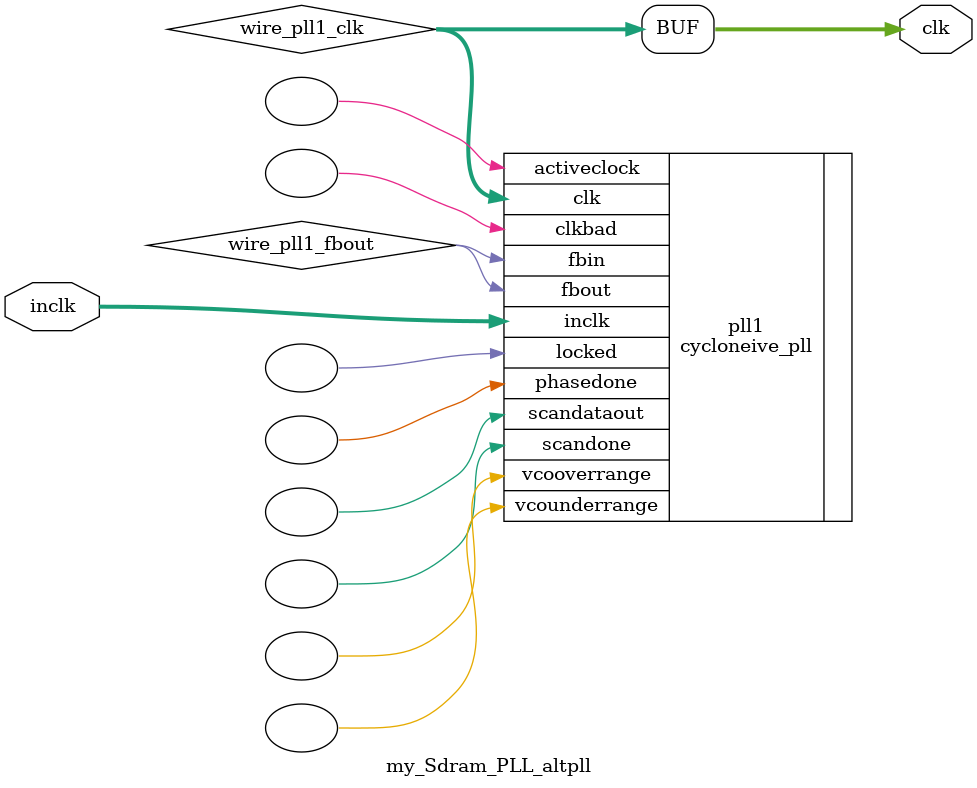
<source format=v>






//synthesis_resources = cycloneive_pll 1 
//synopsys translate_off
`timescale 1 ps / 1 ps
//synopsys translate_on
module  my_Sdram_PLL_altpll
	( 
	clk,
	inclk) /* synthesis synthesis_clearbox=1 */;
	output   [4:0]  clk;
	input   [1:0]  inclk;
`ifndef ALTERA_RESERVED_QIS
// synopsys translate_off
`endif
	tri0   [1:0]  inclk;
`ifndef ALTERA_RESERVED_QIS
// synopsys translate_on
`endif

	wire  [4:0]   wire_pll1_clk;
	wire  wire_pll1_fbout;

	cycloneive_pll   pll1
	( 
	.activeclock(),
	.clk(wire_pll1_clk),
	.clkbad(),
	.fbin(wire_pll1_fbout),
	.fbout(wire_pll1_fbout),
	.inclk(inclk),
	.locked(),
	.phasedone(),
	.scandataout(),
	.scandone(),
	.vcooverrange(),
	.vcounderrange()
	`ifndef FORMAL_VERIFICATION
	// synopsys translate_off
	`endif
	,
	.areset(1'b0),
	.clkswitch(1'b0),
	.configupdate(1'b0),
	.pfdena(1'b1),
	.phasecounterselect({3{1'b0}}),
	.phasestep(1'b0),
	.phaseupdown(1'b0),
	.scanclk(1'b0),
	.scanclkena(1'b1),
	.scandata(1'b0)
	`ifndef FORMAL_VERIFICATION
	// synopsys translate_on
	`endif
	);
	defparam
		pll1.bandwidth_type = "auto",
		pll1.clk0_divide_by = 1,
		pll1.clk0_duty_cycle = 50,
		pll1.clk0_multiply_by = 3,
		pll1.clk0_phase_shift = "0",
		pll1.clk1_divide_by = 1,
		pll1.clk1_duty_cycle = 50,
		pll1.clk1_multiply_by = 3,
		pll1.clk1_phase_shift = "-6000",
		pll1.compensate_clock = "clk0",
		pll1.inclk0_input_frequency = 20000,
		pll1.operation_mode = "normal",
		pll1.pll_type = "auto",
		pll1.lpm_type = "cycloneive_pll";
	assign
		clk = {wire_pll1_clk[4:0]};
endmodule //my_Sdram_PLL_altpll
//VALID FILE

</source>
